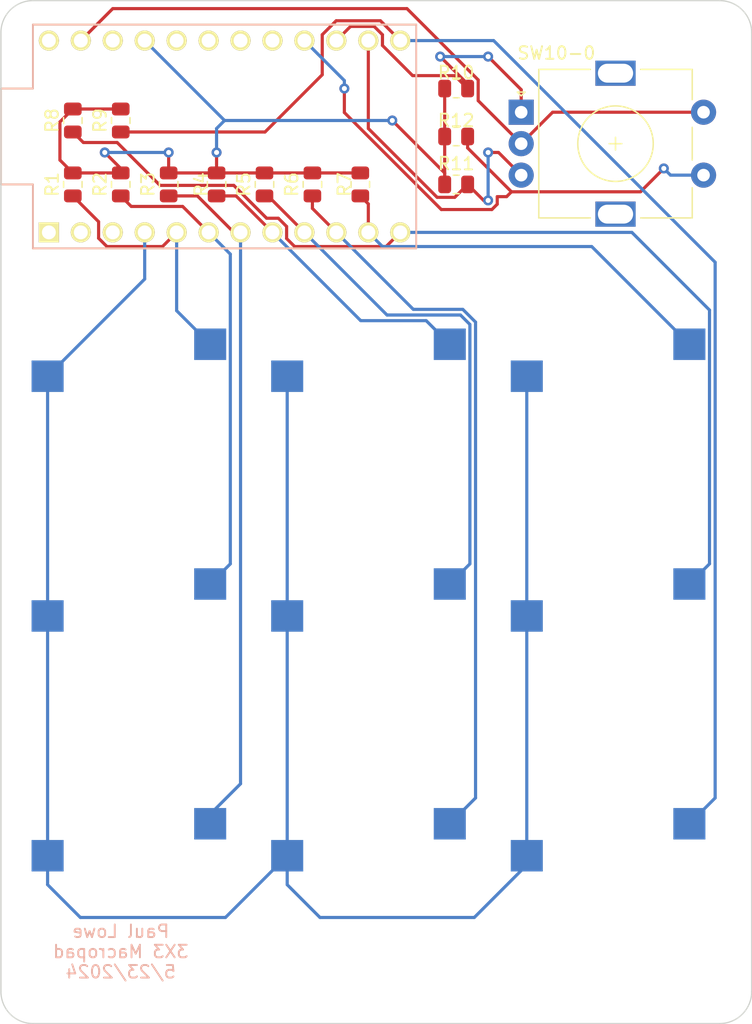
<source format=kicad_pcb>
(kicad_pcb (version 20211014) (generator pcbnew)
  (layers (0 "F.Cu" signal) (31 "B.Cu" signal) (34 "B.Paste" user) (35 "F.Paste" user) (36 "B.SilkS" user "B.Silkscreen") (37 "F.SilkS" user "F.Silkscreen") (38 "B.Mask" user) (39 "F.Mask" user) (44 "Edge.Cuts" user))
  (net 0 "")
  (net 1 "Net-(SW1-Pad1)")
  (net 11 "Net-(U1-Pad14)")
  (net 12 "Net-(U1-Pad15)")
  (net 13 "Net-(U1-Pad16)")
  (net 14 "Net-(U1-Pad21)")
  (net 15 "Net-(U1-Pad23)")
  (net 16 "Net-(U1-Pad5)")
  (net 17 "Net-(U1-Pad6)")
  (net 18 "Net-(U1-Pad7)")
  (net 19 "Net-(U1-Pad8)")
  (net 20 "Net-(U1-Pad9)")
  (net 21 "Net-(U1-Pad10)")
  (net 22 "Net-(U1-Pad11)")
  (net 23 "Net-(U1-Pad12)")
  (net 24 "Net-(U1-Pad13)")
  (footprint "Resistor_SMD:R_0805_2012Metric" (layer "F.Cu") (at 133.35 72.39 90)
    (fp_text reference "R6" (at 0 -1.65 90) (layer "F.SilkS"))
    (fp_text value "10K")
    (fp_line (start -0.227064 -0.735) (end 0.227064 -0.735) (layer "F.SilkS") (width 0.12))
    (fp_line (start -0.227064 0.735) (end 0.227064 0.735) (layer "F.SilkS") (width 0.12))
    (pad "1" smd roundrect locked (at -0.9125 0 90) (size 1.025 1.4) (layers "F.Cu" "F.Paste" "F.Mask") (roundrect_rratio 0.243902439) (net 21 "Net-(U1-Pad10)"))
    (pad "2" smd roundrect locked (at 0.9125 0 90) (size 1.025 1.4) (layers "F.Cu" "F.Paste" "F.Mask") (roundrect_rratio 0.243902439) (net 14 "Net-(U1-Pad21)"))
  )
  (footprint "promicro:ProMicro" (layer "F.Cu") (at 126.365 68.58)
    (fp_text reference "U1" hide)
    (fp_text value "ProMicro")
    (fp_line (start 15.24 8.89) (end -15.24 8.89) (layer "B.SilkS") (width 0.15))
    (fp_line (start 15.24 -8.89) (end 15.24 8.89) (layer "B.SilkS") (width 0.15))
    (fp_line (start -15.24 8.89) (end -15.24 3.81) (layer "B.SilkS") (width 0.15))
    (fp_line (start -15.24 -8.89) (end 15.24 -8.89) (layer "B.SilkS") (width 0.15))
    (fp_line (start -17.78 -3.81) (end -15.24 -3.81) (layer "B.SilkS") (width 0.15))
    (fp_line (start -17.78 3.81) (end -17.78 -3.81) (layer "B.SilkS") (width 0.15))
    (fp_line (start -15.24 -3.81) (end -15.24 -8.89) (layer "B.SilkS") (width 0.15))
    (fp_line (start -15.24 3.81) (end -17.78 3.81) (layer "B.SilkS") (width 0.15))
    (fp_line (start -15.24 -8.89) (end 15.24 -8.89) (layer "F.SilkS") (width 0.15))
    (fp_line (start -15.24 8.89) (end 15.24 8.89) (layer "F.SilkS") (width 0.15))
    (fp_line (start 15.24 -8.89) (end 15.24 8.89) (layer "F.SilkS") (width 0.15))
    (fp_line (start -17.78 -3.81) (end -15.24 -3.81) (layer "F.SilkS") (width 0.15))
    (fp_line (start -15.24 8.89) (end -15.24 3.81) (layer "F.SilkS") (width 0.15))
    (fp_line (start -17.78 3.81) (end -17.78 -3.81) (layer "F.SilkS") (width 0.15))
    (fp_line (start -15.24 -3.81) (end -15.24 -8.89) (layer "F.SilkS") (width 0.15))
    (fp_line (start -15.24 3.81) (end -17.78 3.81) (layer "F.SilkS") (width 0.15))
    (pad "1" thru_hole rect locked (at -13.97 7.62) (size 1.6 1.6) (drill 1.1) (layers *.Cu *.Mask "F.SilkS"))
    (pad "2" thru_hole circle locked (at -11.43 7.62) (size 1.6 1.6) (drill 1.1) (layers *.Cu *.Mask "F.SilkS"))
    (pad "3" thru_hole circle locked (at -8.89 7.62) (size 1.6 1.6) (drill 1.1) (layers *.Cu *.Mask "F.SilkS"))
    (pad "4" thru_hole circle locked (at -6.35 7.62) (size 1.6 1.6) (drill 1.1) (layers *.Cu *.Mask "F.SilkS") (net 1 "Net-(SW1-Pad1)"))
    (pad "5" thru_hole circle locked (at -3.81 7.62) (size 1.6 1.6) (drill 1.1) (layers *.Cu *.Mask "F.SilkS") (net 16 "Net-(U1-Pad5)"))
    (pad "6" thru_hole circle locked (at -1.27 7.62) (size 1.6 1.6) (drill 1.1) (layers *.Cu *.Mask "F.SilkS") (net 17 "Net-(U1-Pad6)"))
    (pad "7" thru_hole circle locked (at 1.27 7.62) (size 1.6 1.6) (drill 1.1) (layers *.Cu *.Mask "F.SilkS") (net 18 "Net-(U1-Pad7)"))
    (pad "8" thru_hole circle locked (at 3.81 7.62) (size 1.6 1.6) (drill 1.1) (layers *.Cu *.Mask "F.SilkS") (net 19 "Net-(U1-Pad8)"))
    (pad "9" thru_hole circle locked (at 6.35 7.62) (size 1.6 1.6) (drill 1.1) (layers *.Cu *.Mask "F.SilkS") (net 20 "Net-(U1-Pad9)"))
    (pad "10" thru_hole circle locked (at 8.89 7.62) (size 1.6 1.6) (drill 1.1) (layers *.Cu *.Mask "F.SilkS") (net 21 "Net-(U1-Pad10)"))
    (pad "11" thru_hole circle locked (at 11.43 7.62) (size 1.6 1.6) (drill 1.1) (layers *.Cu *.Mask "F.SilkS") (net 22 "Net-(U1-Pad11)"))
    (pad "12" thru_hole circle locked (at 13.97 7.62) (size 1.6 1.6) (drill 1.1) (layers *.Cu *.Mask "F.SilkS") (net 23 "Net-(U1-Pad12)"))
    (pad "13" thru_hole circle locked (at 13.97 -7.62) (size 1.6 1.6) (drill 1.1) (layers *.Cu *.Mask "F.SilkS") (net 24 "Net-(U1-Pad13)"))
    (pad "14" thru_hole circle locked (at 11.43 -7.62) (size 1.6 1.6) (drill 1.1) (layers *.Cu *.Mask "F.SilkS") (net 11 "Net-(U1-Pad14)"))
    (pad "15" thru_hole circle locked (at 8.89 -7.62) (size 1.6 1.6) (drill 1.1) (layers *.Cu *.Mask "F.SilkS") (net 12 "Net-(U1-Pad15)"))
    (pad "16" thru_hole circle locked (at 6.35 -7.62) (size 1.6 1.6) (drill 1.1) (layers *.Cu *.Mask "F.SilkS") (net 13 "Net-(U1-Pad16)"))
    (pad "17" thru_hole circle locked (at 3.81 -7.62) (size 1.6 1.6) (drill 1.1) (layers *.Cu *.Mask "F.SilkS"))
    (pad "18" thru_hole circle locked (at 1.27 -7.62) (size 1.6 1.6) (drill 1.1) (layers *.Cu *.Mask "F.SilkS"))
    (pad "19" thru_hole circle locked (at -1.27 -7.62) (size 1.6 1.6) (drill 1.1) (layers *.Cu *.Mask "F.SilkS"))
    (pad "20" thru_hole circle locked (at -3.81 -7.62) (size 1.6 1.6) (drill 1.1) (layers *.Cu *.Mask "F.SilkS"))
    (pad "21" thru_hole circle locked (at -6.35 -7.62) (size 1.6 1.6) (drill 1.1) (layers *.Cu *.Mask "F.SilkS") (net 14 "Net-(U1-Pad21)"))
    (pad "22" thru_hole circle locked (at -8.89 -7.62) (size 1.6 1.6) (drill 1.1) (layers *.Cu *.Mask "F.SilkS"))
    (pad "23" thru_hole circle locked (at -11.43 -7.62) (size 1.6 1.6) (drill 1.1) (layers *.Cu *.Mask "F.SilkS") (net 15 "Net-(U1-Pad23)"))
    (pad "24" thru_hole circle locked (at -13.97 -7.62) (size 1.6 1.6) (drill 1.1) (layers *.Cu *.Mask "F.SilkS"))
  )
  (footprint "Resistor_SMD:R_0805_2012Metric" (layer "F.Cu") (at 129.54 72.39 90)
    (fp_text reference "R5" (at 0 -1.65 90) (layer "F.SilkS"))
    (fp_text value "10K")
    (fp_line (start -0.227064 0.735) (end 0.227064 0.735) (layer "F.SilkS") (width 0.12))
    (fp_line (start -0.227064 -0.735) (end 0.227064 -0.735) (layer "F.SilkS") (width 0.12))
    (pad "1" smd roundrect locked (at -0.9125 0 90) (size 1.025 1.4) (layers "F.Cu" "F.Paste" "F.Mask") (roundrect_rratio 0.243902439) (net 20 "Net-(U1-Pad9)"))
    (pad "2" smd roundrect locked (at 0.9125 0 90) (size 1.025 1.4) (layers "F.Cu" "F.Paste" "F.Mask") (roundrect_rratio 0.243902439) (net 14 "Net-(U1-Pad21)"))
  )
  (footprint "MX_Only:MXOnly-1U-Hotswap" (layer "F.Cu") (at 138.43 109.22)
    (fp_text reference "SW5")
    (fp_text value "SW_DPST_x2")
    (pad "" np_thru_hole circle locked (at -5.08 0 48.0996) (size 1.75 1.75) (drill 1.75) (layers *.Cu *.Mask))
    (pad "" np_thru_hole circle locked (at 0 0) (size 3.9878 3.9878) (drill 3.9878) (layers *.Cu *.Mask))
    (pad "" np_thru_hole circle locked (at -3.81 -2.54) (size 3 3) (drill 3) (layers *.Cu *.Mask))
    (pad "" np_thru_hole circle locked (at 2.54 -5.08) (size 3 3) (drill 3) (layers *.Cu *.Mask))
    (pad "" np_thru_hole circle locked (at 5.08 0 48.0996) (size 1.75 1.75) (drill 1.75) (layers *.Cu *.Mask))
    (pad "1" smd rect locked (at -7.085 -2.54) (size 2.55 2.5) (layers "B.Cu" "B.Paste" "B.Mask") (net 1 "Net-(SW1-Pad1)"))
    (pad "2" smd rect locked (at 5.842 -5.08) (size 2.55 2.5) (layers "B.Cu" "B.Paste" "B.Mask") (net 20 "Net-(U1-Pad9)"))
  )
  (footprint "Resistor_SMD:R_0805_2012Metric" (layer "F.Cu") (at 125.73 72.39 90)
    (fp_text reference "R4" (at 0 -1.22 90) (layer "F.SilkS"))
    (fp_text value "10K")
    (fp_line (start -0.227064 -0.735) (end 0.227064 -0.735) (layer "F.SilkS") (width 0.12))
    (fp_line (start -0.227064 0.735) (end 0.227064 0.735) (layer "F.SilkS") (width 0.12))
    (pad "1" smd roundrect locked (at -0.9125 0 90) (size 1.025 1.4) (layers "F.Cu" "F.Paste" "F.Mask") (roundrect_rratio 0.243902439) (net 19 "Net-(U1-Pad8)"))
    (pad "2" smd roundrect locked (at 0.9125 0 90) (size 1.025 1.4) (layers "F.Cu" "F.Paste" "F.Mask") (roundrect_rratio 0.243902439) (net 14 "Net-(U1-Pad21)"))
  )
  (footprint "MX_Only:MXOnly-1U-Hotswap" (layer "F.Cu") (at 157.48 128.27)
    (fp_text reference "SW9")
    (fp_text value "SW_DPST_x2")
    (pad "" np_thru_hole circle locked (at -5.08 0 48.0996) (size 1.75 1.75) (drill 1.75) (layers *.Cu *.Mask))
    (pad "" np_thru_hole circle locked (at 0 0) (size 3.9878 3.9878) (drill 3.9878) (layers *.Cu *.Mask))
    (pad "" np_thru_hole circle locked (at -3.81 -2.54) (size 3 3) (drill 3) (layers *.Cu *.Mask))
    (pad "" np_thru_hole circle locked (at 5.08 0 48.0996) (size 1.75 1.75) (drill 1.75) (layers *.Cu *.Mask))
    (pad "" np_thru_hole circle locked (at 2.54 -5.08) (size 3 3) (drill 3) (layers *.Cu *.Mask))
    (pad "1" smd rect locked (at -7.085 -2.54) (size 2.55 2.5) (layers "B.Cu" "B.Paste" "B.Mask") (net 1 "Net-(SW1-Pad1)"))
    (pad "2" smd rect locked (at 5.842 -5.08) (size 2.55 2.5) (layers "B.Cu" "B.Paste" "B.Mask") (net 24 "Net-(U1-Pad13)"))
  )
  (footprint "Resistor_SMD:R_0805_2012Metric" (layer "F.Cu") (at 114.3 67.31 90)
    (fp_text reference "R8" (at 0 -1.65 90) (layer "F.SilkS"))
    (fp_text value "10K")
    (fp_line (start -0.227064 0.735) (end 0.227064 0.735) (layer "F.SilkS") (width 0.12))
    (fp_line (start -0.227064 -0.735) (end 0.227064 -0.735) (layer "F.SilkS") (width 0.12))
    (pad "1" smd roundrect locked (at -0.9125 0 90) (size 1.025 1.4) (layers "F.Cu" "F.Paste" "F.Mask") (roundrect_rratio 0.243902439) (net 23 "Net-(U1-Pad12)"))
    (pad "2" smd roundrect locked (at 0.9125 0 90) (size 1.025 1.4) (layers "F.Cu" "F.Paste" "F.Mask") (roundrect_rratio 0.243902439) (net 14 "Net-(U1-Pad21)"))
  )
  (footprint "MX_Only:MXOnly-1U-Hotswap" (layer "F.Cu") (at 138.43 90.17)
    (fp_text reference "SW4")
    (fp_text value "SW_DPST_x2")
    (pad "" np_thru_hole circle locked (at -3.81 -2.54) (size 3 3) (drill 3) (layers *.Cu *.Mask))
    (pad "" np_thru_hole circle locked (at 5.08 0 48.0996) (size 1.75 1.75) (drill 1.75) (layers *.Cu *.Mask))
    (pad "" np_thru_hole circle locked (at 0 0) (size 3.9878 3.9878) (drill 3.9878) (layers *.Cu *.Mask))
    (pad "" np_thru_hole circle locked (at 2.54 -5.08) (size 3 3) (drill 3) (layers *.Cu *.Mask))
    (pad "" np_thru_hole circle locked (at -5.08 0 48.0996) (size 1.75 1.75) (drill 1.75) (layers *.Cu *.Mask))
    (pad "1" smd rect locked (at -7.085 -2.54) (size 2.55 2.5) (layers "B.Cu" "B.Paste" "B.Mask") (net 1 "Net-(SW1-Pad1)"))
    (pad "2" smd rect locked (at 5.842 -5.08) (size 2.55 2.5) (layers "B.Cu" "B.Paste" "B.Mask") (net 19 "Net-(U1-Pad8)"))
  )
  (footprint "Resistor_SMD:R_0805_2012Metric" (layer "F.Cu") (at 144.78 72.39)
    (fp_text reference "R11" (at 0 -1.65) (layer "F.SilkS"))
    (fp_text value "10K")
    (fp_line (start -0.227064 0.735) (end 0.227064 0.735) (layer "F.SilkS") (width 0.12))
    (fp_line (start -0.227064 -0.735) (end 0.227064 -0.735) (layer "F.SilkS") (width 0.12))
    (pad "1" smd roundrect locked (at -0.9125 0) (size 1.025 1.4) (layers "F.Cu" "F.Paste" "F.Mask") (roundrect_rratio 0.243902439) (net 14 "Net-(U1-Pad21)"))
    (pad "2" smd roundrect locked (at 0.9125 0) (size 1.025 1.4) (layers "F.Cu" "F.Paste" "F.Mask") (roundrect_rratio 0.243902439) (net 11 "Net-(U1-Pad14)"))
  )
  (footprint "Resistor_SMD:R_0805_2012Metric" (layer "F.Cu") (at 137.16 72.39 90)
    (fp_text reference "R7" (at 0 -1.27 90) (layer "F.SilkS"))
    (fp_text value "10K")
    (fp_line (start -0.227064 0.735) (end 0.227064 0.735) (layer "F.SilkS") (width 0.12))
    (fp_line (start -0.227064 -0.735) (end 0.227064 -0.735) (layer "F.SilkS") (width 0.12))
    (pad "1" smd roundrect locked (at -0.9125 0 90) (size 1.025 1.4) (layers "F.Cu" "F.Paste" "F.Mask") (roundrect_rratio 0.243902439) (net 22 "Net-(U1-Pad11)"))
    (pad "2" smd roundrect locked (at 0.9125 0 90) (size 1.025 1.4) (layers "F.Cu" "F.Paste" "F.Mask") (roundrect_rratio 0.243902439) (net 14 "Net-(U1-Pad21)"))
  )
  (footprint "MX_Only:MXOnly-1U-Hotswap" (layer "F.Cu") (at 119.38 109.22)
    (fp_text reference "SW2")
    (fp_text value "SW_DPST_x2")
    (pad "" np_thru_hole circle locked (at 2.54 -5.08) (size 3 3) (drill 3) (layers *.Cu *.Mask))
    (pad "" np_thru_hole circle locked (at 5.08 0 48.0996) (size 1.75 1.75) (drill 1.75) (layers *.Cu *.Mask))
    (pad "" np_thru_hole circle locked (at 0 0) (size 3.9878 3.9878) (drill 3.9878) (layers *.Cu *.Mask))
    (pad "" np_thru_hole circle locked (at -3.81 -2.54) (size 3 3) (drill 3) (layers *.Cu *.Mask))
    (pad "" np_thru_hole circle locked (at -5.08 0 48.0996) (size 1.75 1.75) (drill 1.75) (layers *.Cu *.Mask))
    (pad "1" smd rect locked (at -7.085 -2.54) (size 2.55 2.5) (layers "B.Cu" "B.Paste" "B.Mask") (net 1 "Net-(SW1-Pad1)"))
    (pad "2" smd rect locked (at 5.842 -5.08) (size 2.55 2.5) (layers "B.Cu" "B.Paste" "B.Mask") (net 17 "Net-(U1-Pad6)"))
  )
  (footprint "Resistor_SMD:R_0805_2012Metric" (layer "F.Cu") (at 118.11 67.31 90)
    (fp_text reference "R9" (at 0 -1.65 90) (layer "F.SilkS"))
    (fp_text value "10K")
    (fp_line (start -0.227064 0.735) (end 0.227064 0.735) (layer "F.SilkS") (width 0.12))
    (fp_line (start -0.227064 -0.735) (end 0.227064 -0.735) (layer "F.SilkS") (width 0.12))
    (pad "1" smd roundrect locked (at -0.9125 0 90) (size 1.025 1.4) (layers "F.Cu" "F.Paste" "F.Mask") (roundrect_rratio 0.243902439) (net 24 "Net-(U1-Pad13)"))
    (pad "2" smd roundrect locked (at 0.9125 0 90) (size 1.025 1.4) (layers "F.Cu" "F.Paste" "F.Mask") (roundrect_rratio 0.243902439) (net 14 "Net-(U1-Pad21)"))
  )
  (footprint "MX_Only:MXOnly-1U-Hotswap" (layer "F.Cu") (at 157.48 109.22)
    (fp_text reference "SW8")
    (fp_text value "SW_DPST_x2")
    (pad "" np_thru_hole circle locked (at 2.54 -5.08) (size 3 3) (drill 3) (layers *.Cu *.Mask))
    (pad "" np_thru_hole circle locked (at 5.08 0 48.0996) (size 1.75 1.75) (drill 1.75) (layers *.Cu *.Mask))
    (pad "" np_thru_hole circle locked (at -5.08 0 48.0996) (size 1.75 1.75) (drill 1.75) (layers *.Cu *.Mask))
    (pad "" np_thru_hole circle locked (at -3.81 -2.54) (size 3 3) (drill 3) (layers *.Cu *.Mask))
    (pad "" np_thru_hole circle locked (at 0 0) (size 3.9878 3.9878) (drill 3.9878) (layers *.Cu *.Mask))
    (pad "1" smd rect locked (at -7.085 -2.54) (size 2.55 2.5) (layers "B.Cu" "B.Paste" "B.Mask") (net 1 "Net-(SW1-Pad1)"))
    (pad "2" smd rect locked (at 5.842 -5.08) (size 2.55 2.5) (layers "B.Cu" "B.Paste" "B.Mask") (net 23 "Net-(U1-Pad12)"))
  )
  (footprint "MX_Only:MXOnly-1U-Hotswap" (layer "F.Cu") (at 157.48 90.17)
    (fp_text reference "SW7")
    (fp_text value "SW_DPST_x2")
    (pad "" np_thru_hole circle locked (at 5.08 0 48.0996) (size 1.75 1.75) (drill 1.75) (layers *.Cu *.Mask))
    (pad "" np_thru_hole circle locked (at -3.81 -2.54) (size 3 3) (drill 3) (layers *.Cu *.Mask))
    (pad "" np_thru_hole circle locked (at 2.54 -5.08) (size 3 3) (drill 3) (layers *.Cu *.Mask))
    (pad "" np_thru_hole circle locked (at -5.08 0 48.0996) (size 1.75 1.75) (drill 1.75) (layers *.Cu *.Mask))
    (pad "" np_thru_hole circle locked (at 0 0) (size 3.9878 3.9878) (drill 3.9878) (layers *.Cu *.Mask))
    (pad "1" smd rect locked (at -7.085 -2.54) (size 2.55 2.5) (layers "B.Cu" "B.Paste" "B.Mask") (net 1 "Net-(SW1-Pad1)"))
    (pad "2" smd rect locked (at 5.842 -5.08) (size 2.55 2.5) (layers "B.Cu" "B.Paste" "B.Mask") (net 22 "Net-(U1-Pad11)"))
  )
  (footprint "Rotary_Encoder:RotaryEncoder_Alps_EC11E-Switch_Vertical_H20mm" (layer "F.Cu") (at 149.949745 66.651426)
    (fp_text reference "SW10-0" (at 2.8 -4.7) (layer "F.SilkS"))
    (fp_text value "RotaryEncoder_Switch")
    (fp_line (start 0.3 -1.6) (end 0 -1.3) (layer "F.SilkS") (width 0.12))
    (fp_line (start 13.6 8.4) (end 9.5 8.4) (layer "F.SilkS") (width 0.12))
    (fp_line (start 13.6 1.2) (end 13.6 3.8) (layer "F.SilkS") (width 0.12))
    (fp_line (start -0.3 -1.6) (end 0.3 -1.6) (layer "F.SilkS") (width 0.12))
    (fp_line (start 9.5 -3.4) (end 13.6 -3.4) (layer "F.SilkS") (width 0.12))
    (fp_line (start 7 2.5) (end 8 2.5) (layer "F.SilkS") (width 0.12))
    (fp_line (start 13.6 6) (end 13.6 8.4) (layer "F.SilkS") (width 0.12))
    (fp_line (start 0 -1.3) (end -0.3 -1.6) (layer "F.SilkS") (width 0.12))
    (fp_line (start 5.5 -3.4) (end 1.4 -3.4) (layer "F.SilkS") (width 0.12))
    (fp_line (start 7.5 2) (end 7.5 3) (layer "F.SilkS") (width 0.12))
    (fp_line (start 13.6 -3.4) (end 13.6 -1) (layer "F.SilkS") (width 0.12))
    (fp_line (start 5.5 8.4) (end 1.4 8.4) (layer "F.SilkS") (width 0.12))
    (fp_line (start 1.4 -3.4) (end 1.4 8.4) (layer "F.SilkS") (width 0.12))
    (fp_circle (center 7.5 2.5) (end 10.5 2.5) (layer "F.SilkS") (width 0.12) (fill none))
    (pad "A" thru_hole rect locked (at 0 0) (size 2 2) (drill 1) (layers *.Cu *.Mask) (net 12 "Net-(U1-Pad15)"))
    (pad "B" thru_hole circle locked (at 0 5) (size 2 2) (drill 1) (layers *.Cu *.Mask) (net 11 "Net-(U1-Pad14)"))
    (pad "C" thru_hole circle locked (at 0 2.5) (size 2 2) (drill 1) (layers *.Cu *.Mask) (net 15 "Net-(U1-Pad23)"))
    (pad "MP" thru_hole rect locked (at 7.5 8.1) (size 3.2 2) (drill oval 2.8 1.5) (layers *.Cu *.Mask))
    (pad "MP" thru_hole rect locked (at 7.5 -3.1) (size 3.2 2) (drill oval 2.8 1.5) (layers *.Cu *.Mask))
    (pad "S1" thru_hole circle locked (at 14.5 5) (size 2 2) (drill 1) (layers *.Cu *.Mask) (net 13 "Net-(U1-Pad16)"))
    (pad "S2" thru_hole circle locked (at 14.5 0) (size 2 2) (drill 1) (layers *.Cu *.Mask) (net 15 "Net-(U1-Pad23)"))
  )
  (footprint "Resistor_SMD:R_0805_2012Metric" (layer "F.Cu") (at 118.11 72.39 90)
    (fp_text reference "R2" (at 0 -1.65 90) (layer "F.SilkS"))
    (fp_text value "10K")
    (fp_line (start -0.227064 0.735) (end 0.227064 0.735) (layer "F.SilkS") (width 0.12))
    (fp_line (start -0.227064 -0.735) (end 0.227064 -0.735) (layer "F.SilkS") (width 0.12))
    (pad "1" smd roundrect locked (at -0.9125 0 90) (size 1.025 1.4) (layers "F.Cu" "F.Paste" "F.Mask") (roundrect_rratio 0.243902439) (net 17 "Net-(U1-Pad6)"))
    (pad "2" smd roundrect locked (at 0.9125 0 90) (size 1.025 1.4) (layers "F.Cu" "F.Paste" "F.Mask") (roundrect_rratio 0.243902439) (net 14 "Net-(U1-Pad21)"))
  )
  (footprint "MX_Only:MXOnly-1U-Hotswap" (layer "F.Cu") (at 119.38 90.17)
    (fp_text reference "SW1")
    (fp_text value "SW_DPST_x2")
    (pad "" np_thru_hole circle locked (at 5.08 0 48.0996) (size 1.75 1.75) (drill 1.75) (layers *.Cu *.Mask))
    (pad "" np_thru_hole circle locked (at 0 0) (size 3.9878 3.9878) (drill 3.9878) (layers *.Cu *.Mask))
    (pad "" np_thru_hole circle locked (at 2.54 -5.08) (size 3 3) (drill 3) (layers *.Cu *.Mask))
    (pad "" np_thru_hole circle locked (at -3.81 -2.54) (size 3 3) (drill 3) (layers *.Cu *.Mask))
    (pad "" np_thru_hole circle locked (at -5.08 0 48.0996) (size 1.75 1.75) (drill 1.75) (layers *.Cu *.Mask))
    (pad "1" smd rect locked (at -7.085 -2.54) (size 2.55 2.5) (layers "B.Cu" "B.Paste" "B.Mask") (net 1 "Net-(SW1-Pad1)"))
    (pad "2" smd rect locked (at 5.842 -5.08) (size 2.55 2.5) (layers "B.Cu" "B.Paste" "B.Mask") (net 16 "Net-(U1-Pad5)"))
  )
  (footprint "Resistor_SMD:R_0805_2012Metric" (layer "F.Cu") (at 114.3 72.39 90)
    (fp_text reference "R1" (at 0 -1.65 90) (layer "F.SilkS"))
    (fp_text value "10K")
    (fp_line (start -0.227064 0.735) (end 0.227064 0.735) (layer "F.SilkS") (width 0.12))
    (fp_line (start -0.227064 -0.735) (end 0.227064 -0.735) (layer "F.SilkS") (width 0.12))
    (pad "1" smd roundrect locked (at -0.9125 0 90) (size 1.025 1.4) (layers "F.Cu" "F.Paste" "F.Mask") (roundrect_rratio 0.243902439) (net 16 "Net-(U1-Pad5)"))
    (pad "2" smd roundrect locked (at 0.9125 0 90) (size 1.025 1.4) (layers "F.Cu" "F.Paste" "F.Mask") (roundrect_rratio 0.243902439) (net 14 "Net-(U1-Pad21)"))
  )
  (footprint "Resistor_SMD:R_0805_2012Metric" (layer "F.Cu") (at 121.92 72.39 90)
    (fp_text reference "R3" (at 0 -1.65 90) (layer "F.SilkS"))
    (fp_text value "10K")
    (fp_line (start -0.227064 0.735) (end 0.227064 0.735) (layer "F.SilkS") (width 0.12))
    (fp_line (start -0.227064 -0.735) (end 0.227064 -0.735) (layer "F.SilkS") (width 0.12))
    (pad "1" smd roundrect locked (at -0.9125 0 90) (size 1.025 1.4) (layers "F.Cu" "F.Paste" "F.Mask") (roundrect_rratio 0.243902439) (net 18 "Net-(U1-Pad7)"))
    (pad "2" smd roundrect locked (at 0.9125 0 90) (size 1.025 1.4) (layers "F.Cu" "F.Paste" "F.Mask") (roundrect_rratio 0.243902439) (net 14 "Net-(U1-Pad21)"))
  )
  (footprint "MX_Only:MXOnly-1U-Hotswap" (layer "F.Cu") (at 138.43 128.27)
    (fp_text reference "SW6")
    (fp_text value "SW_DPST_x2")
    (pad "" np_thru_hole circle locked (at 0 0) (size 3.9878 3.9878) (drill 3.9878) (layers *.Cu *.Mask))
    (pad "" np_thru_hole circle locked (at -5.08 0 48.0996) (size 1.75 1.75) (drill 1.75) (layers *.Cu *.Mask))
    (pad "" np_thru_hole circle locked (at 2.54 -5.08) (size 3 3) (drill 3) (layers *.Cu *.Mask))
    (pad "" np_thru_hole circle locked (at -3.81 -2.54) (size 3 3) (drill 3) (layers *.Cu *.Mask))
    (pad "" np_thru_hole circle locked (at 5.08 0 48.0996) (size 1.75 1.75) (drill 1.75) (layers *.Cu *.Mask))
    (pad "1" smd rect locked (at -7.085 -2.54) (size 2.55 2.5) (layers "B.Cu" "B.Paste" "B.Mask") (net 1 "Net-(SW1-Pad1)"))
    (pad "2" smd rect locked (at 5.842 -5.08) (size 2.55 2.5) (layers "B.Cu" "B.Paste" "B.Mask") (net 21 "Net-(U1-Pad10)"))
  )
  (footprint "MX_Only:MXOnly-1U-Hotswap" (layer "F.Cu") (at 119.38 128.27)
    (fp_text reference "SW3")
    (fp_text value "SW_DPST_x2")
    (pad "" np_thru_hole circle locked (at 2.54 -5.08) (size 3 3) (drill 3) (layers *.Cu *.Mask))
    (pad "" np_thru_hole circle locked (at -5.08 0 48.0996) (size 1.75 1.75) (drill 1.75) (layers *.Cu *.Mask))
    (pad "" np_thru_hole circle locked (at 0 0) (size 3.9878 3.9878) (drill 3.9878) (layers *.Cu *.Mask))
    (pad "" np_thru_hole circle locked (at 5.08 0 48.0996) (size 1.75 1.75) (drill 1.75) (layers *.Cu *.Mask))
    (pad "" np_thru_hole circle locked (at -3.81 -2.54) (size 3 3) (drill 3) (layers *.Cu *.Mask))
    (pad "1" smd rect locked (at -7.085 -2.54) (size 2.55 2.5) (layers "B.Cu" "B.Paste" "B.Mask") (net 1 "Net-(SW1-Pad1)"))
    (pad "2" smd rect locked (at 5.842 -5.08) (size 2.55 2.5) (layers "B.Cu" "B.Paste" "B.Mask") (net 18 "Net-(U1-Pad7)"))
  )
  (footprint "Resistor_SMD:R_0805_2012Metric" (layer "F.Cu") (at 144.78 64.77)
    (fp_text reference "R10" (at 0 -1.27 180) (layer "F.SilkS"))
    (fp_text value "10K")
    (fp_line (start -0.227064 -0.735) (end 0.227064 -0.735) (layer "F.SilkS") (width 0.12))
    (fp_line (start -0.227064 0.735) (end 0.227064 0.735) (layer "F.SilkS") (width 0.12))
    (pad "1" smd roundrect locked (at -0.9125 0) (size 1.025 1.4) (layers "F.Cu" "F.Paste" "F.Mask") (roundrect_rratio 0.243902439) (net 14 "Net-(U1-Pad21)"))
    (pad "2" smd roundrect locked (at 0.9125 0) (size 1.025 1.4) (layers "F.Cu" "F.Paste" "F.Mask") (roundrect_rratio 0.243902439) (net 12 "Net-(U1-Pad15)"))
  )
  (footprint "Resistor_SMD:R_0805_2012Metric" (layer "F.Cu") (at 144.78 68.58 180)
    (fp_text reference "R12" (at 0 1.27) (layer "F.SilkS"))
    (fp_text value "10K")
    (fp_line (start -0.227064 0.735) (end 0.227064 0.735) (layer "F.SilkS") (width 0.12))
    (fp_line (start -0.227064 -0.735) (end 0.227064 -0.735) (layer "F.SilkS") (width 0.12))
    (pad "1" smd roundrect locked (at -0.9125 0 180) (size 1.025 1.4) (layers "F.Cu" "F.Paste" "F.Mask") (roundrect_rratio 0.243902439) (net 13 "Net-(U1-Pad16)"))
    (pad "2" smd roundrect locked (at 0.9125 0 180) (size 1.025 1.4) (layers "F.Cu" "F.Paste" "F.Mask") (roundrect_rratio 0.243902439) (net 14 "Net-(U1-Pad21)"))
  )
  (gr_line (start 168.275 136.525) (end 168.275 60.325) (layer "Edge.Cuts") (width 0.1))
  (gr_arc (start 111.125 139.065) (mid 109.328949 138.321051) (end 108.585 136.525) (layer "Edge.Cuts") (width 0.1))
  (gr_line (start 165.735 57.785) (end 111.125 57.785) (layer "Edge.Cuts") (width 0.1))
  (gr_line (start 111.125 139.065) (end 165.735 139.065) (layer "Edge.Cuts") (width 0.1))
  (gr_arc (start 165.735 57.785) (mid 167.531051 58.528949) (end 168.275 60.325) (layer "Edge.Cuts") (width 0.1))
  (gr_arc (start 168.275 136.525) (mid 167.531051 138.321051) (end 165.735 139.065) (layer "Edge.Cuts") (width 0.1))
  (gr_line (start 108.585 60.325) (end 108.585 136.525) (layer "Edge.Cuts") (width 0.1))
  (gr_arc (start 108.585 60.325) (mid 109.328949 58.528949) (end 111.125 57.785) (layer "Edge.Cuts") (width 0.1))
  (gr_text "Paul Lowe\n3X3 Macropad\n5/23/2024\n" (at 118.11 133.35) (layer "B.SilkS") (effects (font (size 1 1)) (justify mirror)))
  (segment (start 112.295 125.73) (end 112.295 128.032091) (width 0.25) (layer "B.Cu") (net 1))
  (segment (start 114.90133 130.638421) (end 126.436579 130.638421) (width 0.25) (layer "B.Cu") (net 1))
  (segment (start 133.95133 130.638421) (end 146.221579 130.638421) (width 0.25) (layer "B.Cu") (net 1))
  (segment (start 151.13 125.73) (end 150.395 125.73) (width 0.25) (layer "B.Cu") (net 1))
  (segment (start 112.295 87.63) (end 112.295 106.68) (width 0.25) (layer "B.Cu") (net 1))
  (segment (start 120.015 76.2) (end 120.015 79.91) (width 0.25) (layer "B.Cu") (net 1))
  (segment (start 120.015 79.91) (end 112.295 87.63) (width 0.25) (layer "B.Cu") (net 1))
  (segment (start 131.345 106.68) (end 131.345 125.73) (width 0.25) (layer "B.Cu") (net 1))
  (segment (start 131.345 125.73) (end 131.345 128.032091) (width 0.25) (layer "B.Cu") (net 1))
  (segment (start 112.295 106.68) (end 112.295 125.73) (width 0.25) (layer "B.Cu") (net 1))
  (segment (start 150.395 87.63) (end 150.395 106.68) (width 0.25) (layer "B.Cu") (net 1))
  (segment (start 126.436579 130.638421) (end 131.345 125.73) (width 0.25) (layer "B.Cu") (net 1))
  (segment (start 131.345 128.032091) (end 133.95133 130.638421) (width 0.25) (layer "B.Cu") (net 1))
  (segment (start 112.295 128.032091) (end 114.90133 130.638421) (width 0.25) (layer "B.Cu") (net 1))
  (segment (start 146.221579 130.638421) (end 151.13 125.73) (width 0.25) (layer "B.Cu") (net 1))
  (segment (start 131.345 87.63) (end 131.345 106.68) (width 0.25) (layer "B.Cu") (net 1))
  (segment (start 150.395 125.73) (end 150.395 106.68) (width 0.25) (layer "B.Cu") (net 1))
  (segment (start 137.795 67.945) (end 137.795 60.96) (width 0.25) (layer "F.Cu") (net 11))
  (segment (start 143.26452 73.41452) (end 137.795 67.945) (width 0.25) (layer "F.Cu") (net 11))
  (segment (start 144.66798 73.41452) (end 143.26452 73.41452) (width 0.25) (layer "F.Cu") (net 11))
  (segment (start 147.32 73.66) (end 146.9625 73.66) (width 0.25) (layer "F.Cu") (net 11))
  (segment (start 146.9625 73.66) (end 145.6925 72.39) (width 0.25) (layer "F.Cu") (net 11))
  (segment (start 145.6925 72.39) (end 144.66798 73.41452) (width 0.25) (layer "F.Cu") (net 11))
  (segment (start 148.148319 69.85) (end 147.32 69.85) (width 0.25) (layer "F.Cu") (net 11))
  (segment (start 149.949745 71.651426) (end 148.148319 69.85) (width 0.25) (layer "F.Cu") (net 11))
  (via (at 147.32 73.66) (size 0.8) (drill 0.4) (layers "F.Cu" "B.Cu") (net 11))
  (via (at 147.32 69.85) (size 0.8) (drill 0.4) (layers "F.Cu" "B.Cu") (net 11))
  (segment (start 147.32 69.85) (end 147.32 73.66) (width 0.25) (layer "B.Cu") (net 11))
  (segment (start 149.949745 64.859745) (end 147.32 62.23) (width 0.25) (layer "F.Cu") (net 12))
  (segment (start 138.260789 59.835489) (end 138.919511 60.494211) (width 0.25) (layer "F.Cu") (net 12))
  (segment (start 138.919511 60.494211) (end 138.919511 61.347004) (width 0.25) (layer "F.Cu") (net 12))
  (segment (start 144.66798 63.74548) (end 145.6925 64.77) (width 0.25) (layer "F.Cu") (net 12))
  (segment (start 145.6925 64.4125) (end 145.6925 64.77) (width 0.25) (layer "F.Cu") (net 12))
  (segment (start 143.51 62.23) (end 145.6925 64.4125) (width 0.25) (layer "F.Cu") (net 12))
  (segment (start 138.919511 61.347004) (end 141.317987 63.74548) (width 0.25) (layer "F.Cu") (net 12))
  (segment (start 149.949745 66.651426) (end 149.949745 64.859745) (width 0.25) (layer "F.Cu") (net 12))
  (segment (start 136.379511 59.835489) (end 138.260789 59.835489) (width 0.25) (layer "F.Cu") (net 12))
  (segment (start 141.317987 63.74548) (end 144.66798 63.74548) (width 0.25) (layer "F.Cu") (net 12))
  (segment (start 145.7325 64.81) (end 145.6925 64.77) (width 0.25) (layer "F.Cu") (net 12))
  (segment (start 135.255 60.96) (end 136.379511 59.835489) (width 0.25) (layer "F.Cu") (net 12))
  (via (at 143.51 62.23) (size 0.8) (drill 0.4) (layers "F.Cu" "B.Cu") (net 12))
  (via (at 147.32 62.23) (size 0.8) (drill 0.4) (layers "F.Cu" "B.Cu") (net 12))
  (segment (start 147.32 62.23) (end 143.51 62.23) (width 0.25) (layer "B.Cu") (net 12))
  (segment (start 148.044511 73.359897) (end 148.791977 73.359897) (width 0.25) (layer "F.Cu") (net 13))
  (segment (start 147.620103 74.384511) (end 143.598794 74.384511) (width 0.25) (layer "F.Cu") (net 13))
  (segment (start 145.6925 69.4925) (end 145.6925 68.58) (width 0.25) (layer "F.Cu") (net 13))
  (segment (start 159.434063 72.975937) (end 149.175937 72.975937) (width 0.25) (layer "F.Cu") (net 13))
  (segment (start 148.044511 73.960103) (end 147.620103 74.384511) (width 0.25) (layer "F.Cu") (net 13))
  (segment (start 148.044511 73.359897) (end 148.044511 73.960103) (width 0.25) (layer "F.Cu") (net 13))
  (segment (start 148.791977 73.359897) (end 149.175937 72.975937) (width 0.25) (layer "F.Cu") (net 13))
  (segment (start 149.175937 72.975937) (end 145.6925 69.4925) (width 0.25) (layer "F.Cu") (net 13))
  (segment (start 161.29 71.12) (end 159.434063 72.975937) (width 0.25) (layer "F.Cu") (net 13))
  (segment (start 143.598794 74.384511) (end 135.89 66.675717) (width 0.25) (layer "F.Cu") (net 13))
  (segment (start 135.89 66.675717) (end 135.89 64.77) (width 0.25) (layer "F.Cu") (net 13))
  (via (at 161.29 71.12) (size 0.8) (drill 0.4) (layers "F.Cu" "B.Cu") (net 13))
  (via (at 135.89 64.77) (size 0.8) (drill 0.4) (layers "F.Cu" "B.Cu") (net 13))
  (segment (start 135.89 64.77) (end 135.89 64.135) (width 0.25) (layer "B.Cu") (net 13))
  (segment (start 164.449745 71.651426) (end 161.821426 71.651426) (width 0.25) (layer "B.Cu") (net 13))
  (segment (start 161.821426 71.651426) (end 161.29 71.12) (width 0.25) (layer "B.Cu") (net 13))
  (segment (start 135.89 64.135) (end 132.715 60.96) (width 0.25) (layer "B.Cu") (net 13))
  (segment (start 143.8675 72.39) (end 143.8675 71.4775) (width 0.25) (layer "F.Cu") (net 14))
  (segment (start 121.92 71.4775) (end 125.73 71.4775) (width 0.25) (layer "F.Cu") (net 14))
  (segment (start 113.27548 67.42202) (end 113.27548 70.45298) (width 0.25) (layer "F.Cu") (net 14))
  (segment (start 125.73 69.85) (end 125.73 71.4775) (width 0.25) (layer "F.Cu") (net 14))
  (segment (start 114.3 66.3975) (end 118.11 66.3975) (width 0.25) (layer "F.Cu") (net 14))
  (segment (start 129.54 71.4775) (end 133.35 71.4775) (width 0.25) (layer "F.Cu") (net 14))
  (segment (start 125.73 71.4775) (end 129.54 71.4775) (width 0.25) (layer "F.Cu") (net 14))
  (segment (start 114.3 71.4775) (end 118.11 71.4775) (width 0.25) (layer "F.Cu") (net 14))
  (segment (start 113.27548 70.45298) (end 114.3 71.4775) (width 0.25) (layer "F.Cu") (net 14))
  (segment (start 118.11 71.12) (end 116.84 69.85) (width 0.25) (layer "F.Cu") (net 14))
  (segment (start 143.8675 64.77) (end 143.8675 68.58) (width 0.25) (layer "F.Cu") (net 14))
  (segment (start 121.92 69.85) (end 121.92 71.4775) (width 0.25) (layer "F.Cu") (net 14))
  (segment (start 133.35 71.4775) (end 137.16 71.4775) (width 0.25) (layer "F.Cu") (net 14))
  (segment (start 143.8675 71.4775) (end 139.7 67.31) (width 0.25) (layer "F.Cu") (net 14))
  (segment (start 143.8675 68.58) (end 143.8675 72.39) (width 0.25) (layer "F.Cu") (net 14))
  (segment (start 114.3 66.3975) (end 113.27548 67.42202) (width 0.25) (layer "F.Cu") (net 14))
  (segment (start 118.11 71.4775) (end 118.11 71.12) (width 0.25) (layer "F.Cu") (net 14))
  (via (at 139.7 67.31) (size 0.8) (drill 0.4) (layers "F.Cu" "B.Cu") (net 14))
  (via (at 121.92 69.85) (size 0.8) (drill 0.4) (layers "F.Cu" "B.Cu") (net 14))
  (via (at 125.73 69.85) (size 0.8) (drill 0.4) (layers "F.Cu" "B.Cu") (net 14))
  (via (at 116.84 69.85) (size 0.8) (drill 0.4) (layers "F.Cu" "B.Cu") (net 14))
  (segment (start 126.365 67.31) (end 125.73 67.945) (width 0.25) (layer "B.Cu") (net 14))
  (segment (start 125.73 67.945) (end 125.73 69.85) (width 0.25) (layer "B.Cu") (net 14))
  (segment (start 126.365 67.31) (end 120.015 60.96) (width 0.25) (layer "B.Cu") (net 14))
  (segment (start 139.7 67.31) (end 126.365 67.31) (width 0.25) (layer "B.Cu") (net 14))
  (segment (start 116.84 69.85) (end 121.92 69.85) (width 0.25) (layer "B.Cu") (net 14))
  (segment (start 117.475 58.42) (end 114.935 60.96) (width 0.25) (layer "F.Cu") (net 15))
  (segment (start 140.867493 58.42) (end 117.475 58.42) (width 0.25) (layer "F.Cu") (net 15))
  (segment (start 152.449745 66.651426) (end 149.949745 69.151426) (width 0.25) (layer "F.Cu") (net 15))
  (segment (start 146.52952 65.731201) (end 146.52952 64.082027) (width 0.25) (layer "F.Cu") (net 15))
  (segment (start 146.52952 64.082027) (end 140.867493 58.42) (width 0.25) (layer "F.Cu") (net 15))
  (segment (start 164.449745 66.651426) (end 152.449745 66.651426) (width 0.25) (layer "F.Cu") (net 15))
  (segment (start 149.949745 69.151426) (end 146.52952 65.731201) (width 0.25) (layer "F.Cu") (net 15))
  (segment (start 114.3 73.3025) (end 116.350489 75.352989) (width 0.25) (layer "F.Cu") (net 16))
  (segment (start 121.430489 77.324511) (end 122.555 76.2) (width 0.25) (layer "F.Cu") (net 16))
  (segment (start 117.009211 77.324511) (end 121.430489 77.324511) (width 0.25) (layer "F.Cu") (net 16))
  (segment (start 116.350489 75.352989) (end 116.350489 76.665789) (width 0.25) (layer "F.Cu") (net 16))
  (segment (start 116.350489 76.665789) (end 117.009211 77.324511) (width 0.25) (layer "F.Cu") (net 16))
  (segment (start 122.555 76.2) (end 122.555 82.423) (width 0.25) (layer "B.Cu") (net 16))
  (segment (start 122.555 82.423) (end 125.222 85.09) (width 0.25) (layer "B.Cu") (net 16))
  (segment (start 118.94702 74.13952) (end 123.03452 74.13952) (width 0.25) (layer "F.Cu") (net 17))
  (segment (start 118.11 73.3025) (end 118.94702 74.13952) (width 0.25) (layer "F.Cu") (net 17))
  (segment (start 123.03452 74.13952) (end 125.095 76.2) (width 0.25) (layer "F.Cu") (net 17))
  (segment (start 126.821511 77.926511) (end 126.821511 102.540489) (width 0.25) (layer "B.Cu") (net 17))
  (segment (start 125.095 76.2) (end 126.821511 77.926511) (width 0.25) (layer "B.Cu") (net 17))
  (segment (start 126.821511 102.540489) (end 125.222 104.14) (width 0.25) (layer "B.Cu") (net 17))
  (segment (start 124.205007 73.3025) (end 127.102507 76.2) (width 0.25) (layer "F.Cu") (net 18))
  (segment (start 127.102507 76.2) (end 127.635 76.2) (width 0.25) (layer "F.Cu") (net 18))
  (segment (start 121.92 73.3025) (end 124.205007 73.3025) (width 0.25) (layer "F.Cu") (net 18))
  (segment (start 127.635 76.2) (end 127.635 120.015) (width 0.25) (layer "B.Cu") (net 18))
  (segment (start 125.222 122.428) (end 125.222 123.19) (width 0.25) (layer "B.Cu") (net 18))
  (segment (start 127.635 120.015) (end 125.222 122.428) (width 0.25) (layer "B.Cu") (net 18))
  (segment (start 127.2775 73.3025) (end 130.175 76.2) (width 0.25) (layer "F.Cu") (net 19))
  (segment (start 125.73 73.3025) (end 127.2775 73.3025) (width 0.25) (layer "F.Cu") (net 19))
  (segment (start 137.190479 83.215479) (end 142.397479 83.215479) (width 0.25) (layer "B.Cu") (net 19))
  (segment (start 130.175 76.2) (end 137.190479 83.215479) (width 0.25) (layer "B.Cu") (net 19))
  (segment (start 142.397479 83.215479) (end 144.272 85.09) (width 0.25) (layer "B.Cu") (net 19))
  (segment (start 129.54 73.3025) (end 129.8175 73.3025) (width 0.25) (layer "F.Cu") (net 20))
  (segment (start 129.8175 73.3025) (end 132.715 76.2) (width 0.25) (layer "F.Cu") (net 20))
  (segment (start 132.715 76.2) (end 139.280959 82.765959) (width 0.25) (layer "B.Cu") (net 20))
  (segment (start 145.121981 82.765959) (end 145.871511 83.515489) (width 0.25) (layer "B.Cu") (net 20))
  (segment (start 145.871511 83.515489) (end 145.871511 102.540489) (width 0.25) (layer "B.Cu") (net 20))
  (segment (start 145.871511 102.540489) (end 144.272 104.14) (width 0.25) (layer "B.Cu") (net 20))
  (segment (start 139.280959 82.765959) (end 145.121981 82.765959) (width 0.25) (layer "B.Cu") (net 20))
  (segment (start 133.35 73.3025) (end 133.35 74.295) (width 0.25) (layer "F.Cu") (net 21))
  (segment (start 133.35 74.295) (end 135.255 76.2) (width 0.25) (layer "F.Cu") (net 21))
  (segment (start 146.321031 83.329292) (end 146.321031 121.140969) (width 0.25) (layer "B.Cu") (net 21))
  (segment (start 145.308179 82.316439) (end 146.321031 83.329292) (width 0.25) (layer "B.Cu") (net 21))
  (segment (start 146.321031 121.140969) (end 144.272 123.19) (width 0.25) (layer "B.Cu") (net 21))
  (segment (start 135.255 76.2) (end 141.371439 82.316439) (width 0.25) (layer "B.Cu") (net 21))
  (segment (start 141.371439 82.316439) (end 145.308179 82.316439) (width 0.25) (layer "B.Cu") (net 21))
  (segment (start 137.16 73.3025) (end 137.795 73.9375) (width 0.25) (layer "F.Cu") (net 22))
  (segment (start 137.795 73.9375) (end 137.795 76.2) (width 0.25) (layer "F.Cu") (net 22))
  (segment (start 137.795 76.2) (end 138.919511 77.324511) (width 0.25) (layer "B.Cu") (net 22))
  (segment (start 155.556511 77.324511) (end 163.322 85.09) (width 0.25) (layer "B.Cu") (net 22))
  (segment (start 138.919511 77.324511) (end 155.556511 77.324511) (width 0.25) (layer "B.Cu") (net 22))
  (segment (start 115.13702 69.05952) (end 117.826067 69.05952) (width 0.25) (layer "F.Cu") (net 23))
  (segment (start 131.299511 76.689511) (end 131.934511 77.324511) (width 0.25) (layer "F.Cu") (net 23))
  (segment (start 129.709211 75.075489) (end 130.640789 75.075489) (width 0.25) (layer "F.Cu") (net 23))
  (segment (start 130.640789 75.075489) (end 131.299511 75.734211) (width 0.25) (layer "F.Cu") (net 23))
  (segment (start 131.934511 77.324511) (end 139.210489 77.324511) (width 0.25) (layer "F.Cu") (net 23))
  (segment (start 139.210489 77.324511) (end 140.335 76.2) (width 0.25) (layer "F.Cu") (net 23))
  (segment (start 117.826067 69.05952) (end 121.232027 72.46548) (width 0.25) (layer "F.Cu") (net 23))
  (segment (start 121.232027 72.46548) (end 127.099202 72.46548) (width 0.25) (layer "F.Cu") (net 23))
  (segment (start 114.3 68.2225) (end 115.13702 69.05952) (width 0.25) (layer "F.Cu") (net 23))
  (segment (start 131.299511 75.734211) (end 131.299511 76.689511) (width 0.25) (layer "F.Cu") (net 23))
  (segment (start 127.099202 72.46548) (end 129.709211 75.075489) (width 0.25) (layer "F.Cu") (net 23))
  (segment (start 164.921511 82.371511) (end 164.921511 102.540489) (width 0.25) (layer "B.Cu") (net 23))
  (segment (start 158.75 76.2) (end 164.921511 82.371511) (width 0.25) (layer "B.Cu") (net 23))
  (segment (start 164.921511 102.540489) (end 163.322 104.14) (width 0.25) (layer "B.Cu") (net 23))
  (segment (start 140.335 76.2) (end 158.75 76.2) (width 0.25) (layer "B.Cu") (net 23))
  (segment (start 135.238731 59.385969) (end 138.760969 59.385969) (width 0.25) (layer "F.Cu") (net 24))
  (segment (start 129.5828 68.2225) (end 134.130489 63.674811) (width 0.25) (layer "F.Cu") (net 24))
  (segment (start 138.760969 59.385969) (end 140.335 60.96) (width 0.25) (layer "F.Cu") (net 24))
  (segment (start 134.130489 60.494211) (end 135.238731 59.385969) (width 0.25) (layer "F.Cu") (net 24))
  (segment (start 118.11 68.2225) (end 129.5828 68.2225) (width 0.25) (layer "F.Cu") (net 24))
  (segment (start 134.130489 63.674811) (end 134.130489 60.494211) (width 0.25) (layer "F.Cu") (net 24))
  (segment (start 165.371031 121.140969) (end 163.322 123.19) (width 0.25) (layer "B.Cu") (net 24))
  (segment (start 165.371031 78.572009) (end 165.371031 121.140969) (width 0.25) (layer "B.Cu") (net 24))
  (segment (start 147.759022 60.96) (end 165.371031 78.572009) (width 0.25) (layer "B.Cu") (net 24))
  (segment (start 140.335 60.96) (end 147.759022 60.96) (width 0.25) (layer "B.Cu") (net 24))
)
</source>
